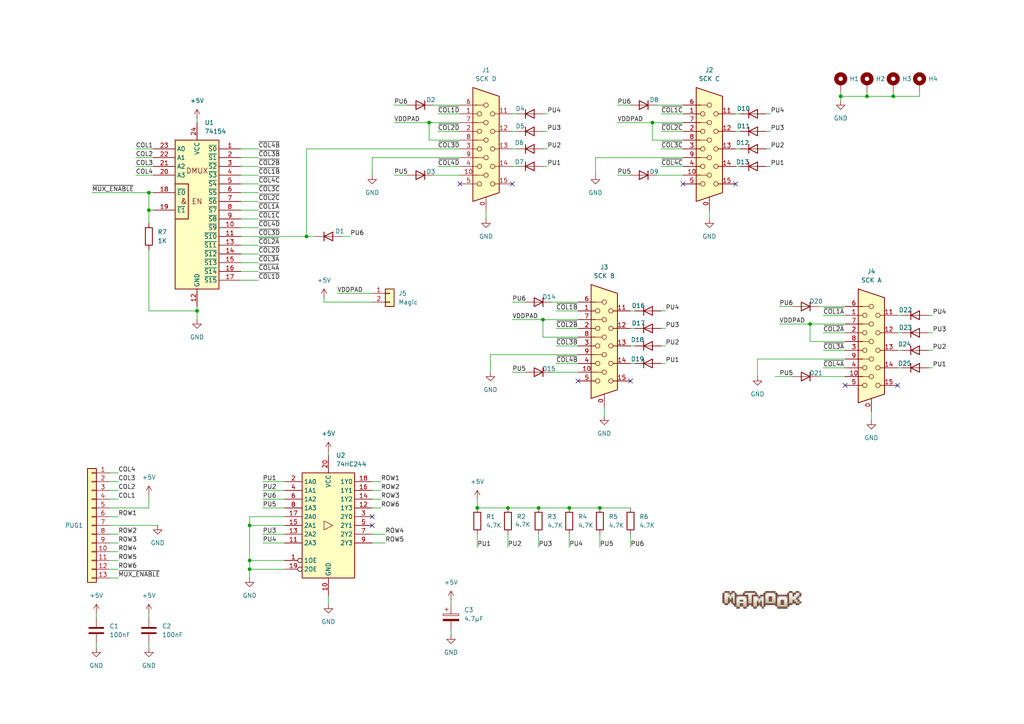
<source format=kicad_sch>
(kicad_sch (version 20231120) (generator "eeschema") (generator_version "8.0")
  (paper "A4")
  (title_block (title "Atari Jaguar TeamTap") (date "2024-05-03") (rev "1") (company "Matmook"))
  (lib_symbols
    (symbol "74xx:74HC244"
      (property "Reference" "U" (at -7.62 16.51 0))
      (property "Value" "74HC244" (at -7.62 -16.51 0))
      (symbol "74HC244_1_0"
        (polyline (pts (xy 1.27 0) (xy -1.27 1.27) (xy -1.27 -1.27) (xy 1.27 0)) (stroke (width 0.1524)))
        (pin input inverted (at -12.7 -10.16 0) (length 5.08) (name "1OE") (number "1"))
        (pin power_in line (at 0 -20.32 90) (length 5.08) (name "GND") (number "10"))
        (pin input line (at -12.7 -5.08 0) (length 5.08) (name "2A3") (number "11"))
        (pin tri_state line (at 12.7 5.08 180) (length 5.08) (name "1Y3") (number "12"))
        (pin input line (at -12.7 -2.54 0) (length 5.08) (name "2A2") (number "13"))
        (pin tri_state line (at 12.7 7.62 180) (length 5.08) (name "1Y2") (number "14"))
        (pin input line (at -12.7 0 0) (length 5.08) (name "2A1") (number "15"))
        (pin tri_state line (at 12.7 10.16 180) (length 5.08) (name "1Y1") (number "16"))
        (pin input line (at -12.7 2.54 0) (length 5.08) (name "2A0") (number "17"))
        (pin tri_state line (at 12.7 12.7 180) (length 5.08) (name "1Y0") (number "18"))
        (pin input inverted (at -12.7 -12.7 0) (length 5.08) (name "2OE") (number "19"))
        (pin input line (at -12.7 12.7 0) (length 5.08) (name "1A0") (number "2"))
        (pin power_in line (at 0 20.32 270) (length 5.08) (name "VCC") (number "20"))
        (pin tri_state line (at 12.7 2.54 180) (length 5.08) (name "2Y0") (number "3"))
        (pin input line (at -12.7 10.16 0) (length 5.08) (name "1A1") (number "4"))
        (pin tri_state line (at 12.7 0 180) (length 5.08) (name "2Y1") (number "5"))
        (pin input line (at -12.7 7.62 0) (length 5.08) (name "1A2") (number "6"))
        (pin tri_state line (at 12.7 -2.54 180) (length 5.08) (name "2Y2") (number "7"))
        (pin input line (at -12.7 5.08 0) (length 5.08) (name "1A3") (number "8"))
        (pin tri_state line (at 12.7 -5.08 180) (length 5.08) (name "2Y3") (number "9"))
      )
      (symbol "74HC244_1_1"
        (rectangle (start -7.62 15.24) (end 7.62 -15.24) (stroke (width 0.254)) (fill (type background)))
      )
    )
    (symbol "74xx_IEEE:74154"
      (property "Reference" "U" (at 6.35 25.4 0))
      (property "Value" "74154" (at 7.62 -21.59 0))
      (symbol "74154_0_0"
        (rectangle (start -6.35 22.86) (end 6.35 -20.32) (stroke (width 0.254)) (fill (type background)))
        (polyline (pts (xy -6.35 10.16) (xy -2.54 10.16) (xy -2.54 0) (xy -6.35 0) (xy -6.35 0)) (stroke (width 0.254)) (fill (type background)))
        (text "&" (at -3.81 5.08 0) (effects (font (size 1.524 1.524))))
        (text "DMUX" (at 0 13.97 0) (effects (font (size 1.524 1.524))))
        (text "EN" (at 0 5.08 0) (effects (font (size 1.524 1.524))))
        (pin power_in line (at 0 -25.4 90) (length 5.08) (name "GND") (number "12"))
        (pin power_in line (at 0 27.94 270) (length 5.08) (name "VCC") (number "24"))
      )
      (symbol "74154_1_1"
        (pin output line (at 12.7 20.32 180) (length 6.35) (name "~{S0}") (number "1"))
        (pin output line (at 12.7 -2.54 180) (length 6.35) (name "~{S9}") (number "10"))
        (pin output line (at 12.7 -5.08 180) (length 6.35) (name "~{S10}") (number "11"))
        (pin output line (at 12.7 -7.62 180) (length 6.35) (name "~{S11}") (number "13"))
        (pin output line (at 12.7 -10.16 180) (length 6.35) (name "~{S12}") (number "14"))
        (pin output line (at 12.7 -12.7 180) (length 6.35) (name "~{S13}") (number "15"))
        (pin output line (at 12.7 -15.24 180) (length 6.35) (name "~{S14}") (number "16"))
        (pin output line (at 12.7 -17.78 180) (length 6.35) (name "~{S15}") (number "17"))
        (pin input line (at -12.7 7.62 0) (length 6.35) (name "~{E0}") (number "18"))
        (pin input line (at -12.7 2.54 0) (length 6.35) (name "~{E1}") (number "19"))
        (pin output line (at 12.7 17.78 180) (length 6.35) (name "~{S1}") (number "2"))
        (pin input line (at -12.7 12.7 0) (length 6.35) (name "A3") (number "20"))
        (pin input line (at -12.7 15.24 0) (length 6.35) (name "A2") (number "21"))
        (pin input line (at -12.7 17.78 0) (length 6.35) (name "A1") (number "22"))
        (pin input line (at -12.7 20.32 0) (length 6.35) (name "A0") (number "23"))
        (pin output line (at 12.7 15.24 180) (length 6.35) (name "~{S2}") (number "3"))
        (pin output line (at 12.7 12.7 180) (length 6.35) (name "~{S3}") (number "4"))
        (pin output line (at 12.7 10.16 180) (length 6.35) (name "~{S4}") (number "5"))
        (pin output line (at 12.7 7.62 180) (length 6.35) (name "~{S5}") (number "6"))
        (pin output line (at 12.7 5.08 180) (length 6.35) (name "~{S6}") (number "7"))
        (pin output line (at 12.7 2.54 180) (length 6.35) (name "~{S7}") (number "8"))
        (pin output line (at 12.7 0 180) (length 6.35) (name "~{S8}") (number "9"))
      )
    )
    (symbol "Connector:DE15_Receptacle_HighDensity_MountingHoles" (pin_names (offset 1.016) hide)
      (property "Reference" "J" (at 0 21.59 0))
      (property "Value" "DE15_Receptacle_HighDensity_MountingHoles" (at 0 19.05 0))
      (symbol "DE15_Receptacle_HighDensity_MountingHoles_0_1"
        (circle (center -1.905 -10.16) (radius 0.635))
        (circle (center -1.905 -5.08) (radius 0.635))
        (circle (center -1.905 0) (radius 0.635))
        (circle (center -1.905 5.08) (radius 0.635))
        (circle (center -1.905 10.16) (radius 0.635))
        (circle (center 0 -7.62) (radius 0.635))
        (circle (center 0 -2.54) (radius 0.635))
        (polyline (pts (xy -3.175 7.62) (xy -0.635 7.62)))
        (polyline (pts (xy -0.635 -7.62) (xy -3.175 -7.62)))
        (polyline (pts (xy -0.635 -2.54) (xy -3.175 -2.54)))
        (polyline (pts (xy -0.635 2.54) (xy -3.175 2.54)))
        (polyline (pts (xy -0.635 12.7) (xy -3.175 12.7)))
        (polyline (pts (xy -3.81 17.78) (xy -3.81 -15.24) (xy 3.81 -12.7) (xy 3.81 15.24) (xy -3.81 17.78)) (stroke (width 0.254)) (fill (type background)))
        (circle (center 0 2.54) (radius 0.635))
        (circle (center 0 7.62) (radius 0.635))
        (circle (center 0 12.7) (radius 0.635))
        (circle (center 1.905 -10.16) (radius 0.635))
        (circle (center 1.905 -5.08) (radius 0.635))
        (circle (center 1.905 0) (radius 0.635))
        (circle (center 1.905 5.08) (radius 0.635))
        (circle (center 1.905 10.16) (radius 0.635))
      )
      (symbol "DE15_Receptacle_HighDensity_MountingHoles_1_1"
        (pin passive line (at 0 -17.78 90) (length 3.81) (name "~") (number "0"))
        (pin passive line (at -7.62 10.16 0) (length 5.08) (name "~") (number "1"))
        (pin passive line (at -7.62 -7.62 0) (length 5.08) (name "~") (number "10"))
        (pin passive line (at 7.62 10.16 180) (length 5.08) (name "~") (number "11"))
        (pin passive line (at 7.62 5.08 180) (length 5.08) (name "~") (number "12"))
        (pin passive line (at 7.62 0 180) (length 5.08) (name "~") (number "13"))
        (pin passive line (at 7.62 -5.08 180) (length 5.08) (name "~") (number "14"))
        (pin passive line (at 7.62 -10.16 180) (length 5.08) (name "~") (number "15"))
        (pin passive line (at -7.62 5.08 0) (length 5.08) (name "~") (number "2"))
        (pin passive line (at -7.62 0 0) (length 5.08) (name "~") (number "3"))
        (pin passive line (at -7.62 -5.08 0) (length 5.08) (name "~") (number "4"))
        (pin passive line (at -7.62 -10.16 0) (length 5.08) (name "~") (number "5"))
        (pin passive line (at -7.62 12.7 0) (length 5.08) (name "~") (number "6"))
        (pin passive line (at -7.62 7.62 0) (length 5.08) (name "~") (number "7"))
        (pin passive line (at -7.62 2.54 0) (length 5.08) (name "~") (number "8"))
        (pin passive line (at -7.62 -2.54 0) (length 5.08) (name "~") (number "9"))
      )
    )
    (symbol "Connector_Generic:Conn_01x02" (pin_names (offset 1.016) hide)
      (property "Reference" "J" (at 0 2.54 0))
      (property "Value" "Conn_01x02" (at 0 -5.08 0))
      (symbol "Conn_01x02_1_1"
        (rectangle (start -1.27 -2.413) (end 0 -2.667) (stroke (width 0.1524)))
        (rectangle (start -1.27 0.127) (end 0 -0.127) (stroke (width 0.1524)))
        (rectangle (start -1.27 1.27) (end 1.27 -3.81) (stroke (width 0.254)) (fill (type background)))
        (pin passive line (at -5.08 0 0) (length 3.81) (name "Pin_1") (number "1"))
        (pin passive line (at -5.08 -2.54 0) (length 3.81) (name "Pin_2") (number "2"))
      )
    )
    (symbol "Connector_Generic:Conn_01x13" (pin_names (offset 1.016) hide)
      (property "Reference" "J" (at 0 17.78 0))
      (property "Value" "Conn_01x13" (at 0 -17.78 0))
      (symbol "Conn_01x13_1_1"
        (rectangle (start -1.27 -15.113) (end 0 -15.367) (stroke (width 0.1524)))
        (rectangle (start -1.27 -12.573) (end 0 -12.827) (stroke (width 0.1524)))
        (rectangle (start -1.27 -10.033) (end 0 -10.287) (stroke (width 0.1524)))
        (rectangle (start -1.27 -7.493) (end 0 -7.747) (stroke (width 0.1524)))
        (rectangle (start -1.27 -4.953) (end 0 -5.207) (stroke (width 0.1524)))
        (rectangle (start -1.27 -2.413) (end 0 -2.667) (stroke (width 0.1524)))
        (rectangle (start -1.27 0.127) (end 0 -0.127) (stroke (width 0.1524)))
        (rectangle (start -1.27 2.667) (end 0 2.413) (stroke (width 0.1524)))
        (rectangle (start -1.27 5.207) (end 0 4.953) (stroke (width 0.1524)))
        (rectangle (start -1.27 7.747) (end 0 7.493) (stroke (width 0.1524)))
        (rectangle (start -1.27 10.287) (end 0 10.033) (stroke (width 0.1524)))
        (rectangle (start -1.27 12.827) (end 0 12.573) (stroke (width 0.1524)))
        (rectangle (start -1.27 15.367) (end 0 15.113) (stroke (width 0.1524)))
        (rectangle (start -1.27 16.51) (end 1.27 -16.51) (stroke (width 0.254)) (fill (type background)))
        (pin passive line (at -5.08 15.24 0) (length 3.81) (name "Pin_1") (number "1"))
        (pin passive line (at -5.08 -7.62 0) (length 3.81) (name "Pin_10") (number "10"))
        (pin passive line (at -5.08 -10.16 0) (length 3.81) (name "Pin_11") (number "11"))
        (pin passive line (at -5.08 -12.7 0) (length 3.81) (name "Pin_12") (number "12"))
        (pin passive line (at -5.08 -15.24 0) (length 3.81) (name "Pin_13") (number "13"))
        (pin passive line (at -5.08 12.7 0) (length 3.81) (name "Pin_2") (number "2"))
        (pin passive line (at -5.08 10.16 0) (length 3.81) (name "Pin_3") (number "3"))
        (pin passive line (at -5.08 7.62 0) (length 3.81) (name "Pin_4") (number "4"))
        (pin passive line (at -5.08 5.08 0) (length 3.81) (name "Pin_5") (number "5"))
        (pin passive line (at -5.08 2.54 0) (length 3.81) (name "Pin_6") (number "6"))
        (pin passive line (at -5.08 0 0) (length 3.81) (name "Pin_7") (number "7"))
        (pin passive line (at -5.08 -2.54 0) (length 3.81) (name "Pin_8") (number "8"))
        (pin passive line (at -5.08 -5.08 0) (length 3.81) (name "Pin_9") (number "9"))
      )
    )
    (symbol "Device:C" (pin_numbers hide) (pin_names (offset 0.254))
      (property "Reference" "C" (at 0.635 2.54 0))
      (property "Value" "C" (at 0.635 -2.54 0))
      (symbol "C_0_1"
        (polyline (pts (xy -2.032 -0.762) (xy 2.032 -0.762)) (stroke (width 0.508)))
        (polyline (pts (xy -2.032 0.762) (xy 2.032 0.762)) (stroke (width 0.508)))
      )
      (symbol "C_1_1"
        (pin passive line (at 0 3.81 270) (length 2.794) (name "~") (number "1"))
        (pin passive line (at 0 -3.81 90) (length 2.794) (name "~") (number "2"))
      )
    )
    (symbol "Device:C_Polarized" (pin_numbers hide) (pin_names (offset 0.254))
      (property "Reference" "C" (at 0.635 2.54 0))
      (property "Value" "C_Polarized" (at 0.635 -2.54 0))
      (symbol "C_Polarized_0_1"
        (rectangle (start -2.286 0.508) (end 2.286 1.016))
        (polyline (pts (xy -1.778 2.286) (xy -0.762 2.286)))
        (polyline (pts (xy -1.27 2.794) (xy -1.27 1.778)))
        (rectangle (start 2.286 -0.508) (end -2.286 -1.016) (fill (type outline)))
      )
      (symbol "C_Polarized_1_1"
        (pin passive line (at 0 3.81 270) (length 2.794) (name "~") (number "1"))
        (pin passive line (at 0 -3.81 90) (length 2.794) (name "~") (number "2"))
      )
    )
    (symbol "Device:D" (pin_numbers hide) (pin_names (offset 1.016) hide)
      (property "Reference" "D" (at 0 2.54 0))
      (property "Value" "D" (at 0 -2.54 0))
      (symbol "D_0_1"
        (polyline (pts (xy -1.27 1.27) (xy -1.27 -1.27)) (stroke (width 0.254)))
        (polyline (pts (xy 1.27 0) (xy -1.27 0)))
        (polyline (pts (xy 1.27 1.27) (xy 1.27 -1.27) (xy -1.27 0) (xy 1.27 1.27)) (stroke (width 0.254)))
      )
      (symbol "D_1_1"
        (pin passive line (at -3.81 0 0) (length 2.54) (name "K") (number "1"))
        (pin passive line (at 3.81 0 180) (length 2.54) (name "A") (number "2"))
      )
    )
    (symbol "Device:R" (pin_numbers hide) (pin_names (offset 0))
      (property "Reference" "R" (at 2.032 0 90))
      (property "Value" "R" (at 0 0 90))
      (symbol "R_0_1"
        (rectangle (start -1.016 -2.54) (end 1.016 2.54) (stroke (width 0.254)))
      )
      (symbol "R_1_1"
        (pin passive line (at 0 3.81 270) (length 1.27) (name "~") (number "1"))
        (pin passive line (at 0 -3.81 90) (length 1.27) (name "~") (number "2"))
      )
    )
    (symbol "Mechanical:MountingHole_Pad" (pin_numbers hide) (pin_names (offset 1.016) hide) (exclude_from_sim yes) (in_bom no)
      (property "Reference" "H" (at 0 6.35 0))
      (property "Value" "MountingHole_Pad" (at 0 4.445 0))
      (symbol "MountingHole_Pad_0_1"
        (circle (center 0 1.27) (radius 1.27) (stroke (width 1.27)))
      )
      (symbol "MountingHole_Pad_1_1"
        (pin input line (at 0 -2.54 90) (length 2.54) (name "1") (number "1"))
      )
    )
    (symbol "power:+5V" (power) (pin_numbers hide) (pin_names (offset 0) hide)
      (property "Value" "+5V" (at 0 3.556 0))
      (symbol "+5V_0_1"
        (polyline (pts (xy -0.762 1.27) (xy 0 2.54)))
        (polyline (pts (xy 0 0) (xy 0 2.54)))
        (polyline (pts (xy 0 2.54) (xy 0.762 1.27)))
      )
      (symbol "+5V_1_1"
        (pin power_in line (at 0 0 90) (length 0) (name "~") (number "1"))
      )
    )
    (symbol "power:GND" (power) (pin_numbers hide) (pin_names (offset 0) hide)
      (property "Value" "GND" (at 0 -3.81 0))
      (symbol "GND_0_1"
        (polyline (pts (xy 0 0) (xy 0 -1.27) (xy 1.27 -1.27) (xy 0 -2.54) (xy -1.27 -1.27) (xy 0 -1.27)))
      )
      (symbol "GND_1_1"
        (pin power_in line (at 0 0 270) (length 0) (name "~") (number "1"))
      )
    )
  )
  (junction (at 72.39 165.1))
  (junction (at 72.39 152.4))
  (junction (at 124.46 35.56))
  (junction (at 243.84 27.94))
  (junction (at 72.39 162.56))
  (junction (at 43.18 60.96))
  (junction (at 251.46 27.94))
  (junction (at 138.43 147.32))
  (junction (at 156.21 147.32))
  (junction (at 147.32 147.32))
  (junction (at 157.48 92.71))
  (junction (at 88.9 68.58))
  (junction (at 259.08 27.94))
  (junction (at 234.95 93.98))
  (junction (at 165.1 147.32))
  (junction (at 173.99 147.32))
  (junction (at 189.23 35.56))
  (junction (at 57.15 90.17))
  (junction (at 43.18 55.88))
  (no_connect (at 167.64 110.49))
  (no_connect (at 182.88 110.49))
  (no_connect (at 260.35 111.76))
  (no_connect (at 148.59 53.34))
  (no_connect (at 213.36 53.34))
  (no_connect (at 245.11 111.76))
  (no_connect (at 107.95 149.86))
  (no_connect (at 198.12 53.34))
  (no_connect (at 107.95 152.4))
  (no_connect (at 133.35 53.34))
  (wire (pts (xy 39.37 50.8) (xy 44.45 50.8)))
  (wire (pts (xy 39.37 43.18) (xy 44.45 43.18)))
  (wire (pts (xy 107.95 139.7) (xy 110.49 139.7)))
  (wire (pts (xy 72.39 165.1) (xy 72.39 167.64)))
  (wire (pts (xy 69.85 63.5) (xy 74.93 63.5)))
  (wire (pts (xy 226.06 88.9) (xy 229.87 88.9)))
  (wire (pts (xy 190.5 50.8) (xy 198.12 50.8)))
  (wire (pts (xy 34.29 139.7) (xy 31.75 139.7)))
  (wire (pts (xy 76.2 154.94) (xy 82.55 154.94)))
  (wire (pts (xy 198.12 40.64) (xy 189.23 40.64)))
  (wire (pts (xy 214.63 43.18) (xy 213.36 43.18)))
  (wire (pts (xy 193.04 95.25) (xy 191.77 95.25)))
  (wire (pts (xy 34.29 162.56) (xy 31.75 162.56)))
  (wire (pts (xy 110.49 144.78) (xy 107.95 144.78)))
  (wire (pts (xy 27.94 187.96) (xy 27.94 186.69)))
  (wire (pts (xy 189.23 35.56) (xy 198.12 35.56)))
  (wire (pts (xy 74.93 73.66) (xy 69.85 73.66)))
  (wire (pts (xy 226.06 93.98) (xy 234.95 93.98)))
  (wire (pts (xy 234.95 99.06) (xy 234.95 93.98)))
  (wire (pts (xy 130.81 173.99) (xy 130.81 175.26)))
  (wire (pts (xy 223.52 38.1) (xy 222.25 38.1)))
  (wire (pts (xy 76.2 142.24) (xy 82.55 142.24)))
  (wire (pts (xy 76.2 139.7) (xy 82.55 139.7)))
  (wire (pts (xy 88.9 43.18) (xy 88.9 68.58)))
  (wire (pts (xy 214.63 48.26) (xy 213.36 48.26)))
  (wire (pts (xy 270.51 101.6) (xy 269.24 101.6)))
  (wire (pts (xy 110.49 142.24) (xy 107.95 142.24)))
  (wire (pts (xy 172.72 45.72) (xy 172.72 50.8)))
  (wire (pts (xy 179.07 30.48) (xy 182.88 30.48)))
  (wire (pts (xy 237.49 109.22) (xy 245.11 109.22)))
  (wire (pts (xy 223.52 33.02) (xy 222.25 33.02)))
  (wire (pts (xy 127 33.02) (xy 133.35 33.02)))
  (wire (pts (xy 157.48 97.79) (xy 157.48 92.71)))
  (wire (pts (xy 138.43 147.32) (xy 147.32 147.32)))
  (wire (pts (xy 31.75 149.86) (xy 34.29 149.86)))
  (wire (pts (xy 173.99 147.32) (xy 182.88 147.32)))
  (wire (pts (xy 179.07 50.8) (xy 182.88 50.8)))
  (wire (pts (xy 125.73 50.8) (xy 133.35 50.8)))
  (wire (pts (xy 72.39 152.4) (xy 72.39 162.56)))
  (wire (pts (xy 57.15 90.17) (xy 57.15 92.71)))
  (wire (pts (xy 261.62 96.52) (xy 260.35 96.52)))
  (wire (pts (xy 191.77 48.26) (xy 198.12 48.26)))
  (wire (pts (xy 69.85 58.42) (xy 74.93 58.42)))
  (wire (pts (xy 238.76 101.6) (xy 245.11 101.6)))
  (wire (pts (xy 184.15 105.41) (xy 182.88 105.41)))
  (wire (pts (xy 193.04 105.41) (xy 191.77 105.41)))
  (wire (pts (xy 147.32 154.94) (xy 147.32 158.75)))
  (wire (pts (xy 39.37 48.26) (xy 44.45 48.26)))
  (wire (pts (xy 31.75 152.4) (xy 45.72 152.4)))
  (wire (pts (xy 95.25 130.81) (xy 95.25 132.08)))
  (wire (pts (xy 214.63 33.02) (xy 213.36 33.02)))
  (wire (pts (xy 147.32 147.32) (xy 156.21 147.32)))
  (wire (pts (xy 69.85 55.88) (xy 74.93 55.88)))
  (wire (pts (xy 43.18 90.17) (xy 57.15 90.17)))
  (wire (pts (xy 138.43 144.78) (xy 138.43 147.32)))
  (wire (pts (xy 191.77 38.1) (xy 198.12 38.1)))
  (wire (pts (xy 34.29 160.02) (xy 31.75 160.02)))
  (wire (pts (xy 189.23 40.64) (xy 189.23 35.56)))
  (wire (pts (xy 43.18 72.39) (xy 43.18 90.17)))
  (wire (pts (xy 43.18 60.96) (xy 44.45 60.96)))
  (wire (pts (xy 43.18 187.96) (xy 43.18 186.69)))
  (wire (pts (xy 243.84 27.94) (xy 243.84 29.21)))
  (wire (pts (xy 114.3 50.8) (xy 118.11 50.8)))
  (wire (pts (xy 34.29 165.1) (xy 31.75 165.1)))
  (wire (pts (xy 95.25 172.72) (xy 95.25 175.26)))
  (wire (pts (xy 31.75 147.32) (xy 43.18 147.32)))
  (wire (pts (xy 165.1 147.32) (xy 173.99 147.32)))
  (wire (pts (xy 72.39 152.4) (xy 82.55 152.4)))
  (wire (pts (xy 107.95 85.09) (xy 97.79 85.09)))
  (wire (pts (xy 88.9 68.58) (xy 91.44 68.58)))
  (wire (pts (xy 34.29 137.16) (xy 31.75 137.16)))
  (wire (pts (xy 156.21 147.32) (xy 165.1 147.32)))
  (wire (pts (xy 259.08 27.94) (xy 251.46 27.94)))
  (wire (pts (xy 234.95 93.98) (xy 245.11 93.98)))
  (wire (pts (xy 160.02 87.63) (xy 167.64 87.63)))
  (wire (pts (xy 101.6 68.58) (xy 99.06 68.58)))
  (wire (pts (xy 219.71 104.14) (xy 219.71 109.22)))
  (wire (pts (xy 57.15 88.9) (xy 57.15 90.17)))
  (wire (pts (xy 148.59 87.63) (xy 152.4 87.63)))
  (wire (pts (xy 270.51 91.44) (xy 269.24 91.44)))
  (wire (pts (xy 93.98 86.36) (xy 93.98 87.63)))
  (wire (pts (xy 184.15 90.17) (xy 182.88 90.17)))
  (wire (pts (xy 238.76 96.52) (xy 245.11 96.52)))
  (wire (pts (xy 148.59 107.95) (xy 152.4 107.95)))
  (wire (pts (xy 34.29 157.48) (xy 31.75 157.48)))
  (wire (pts (xy 74.93 81.28) (xy 69.85 81.28)))
  (wire (pts (xy 34.29 167.64) (xy 31.75 167.64)))
  (wire (pts (xy 76.2 147.32) (xy 82.55 147.32)))
  (wire (pts (xy 149.86 38.1) (xy 148.59 38.1)))
  (wire (pts (xy 223.52 48.26) (xy 222.25 48.26)))
  (wire (pts (xy 158.75 33.02) (xy 157.48 33.02)))
  (wire (pts (xy 82.55 149.86) (xy 72.39 149.86)))
  (wire (pts (xy 182.88 154.94) (xy 182.88 158.75)))
  (wire (pts (xy 133.35 40.64) (xy 124.46 40.64)))
  (wire (pts (xy 148.59 92.71) (xy 157.48 92.71)))
  (wire (pts (xy 69.85 53.34) (xy 74.93 53.34)))
  (wire (pts (xy 74.93 78.74) (xy 69.85 78.74)))
  (wire (pts (xy 190.5 30.48) (xy 198.12 30.48)))
  (wire (pts (xy 161.29 100.33) (xy 167.64 100.33)))
  (wire (pts (xy 34.29 144.78) (xy 31.75 144.78)))
  (wire (pts (xy 72.39 162.56) (xy 82.55 162.56)))
  (wire (pts (xy 266.7 27.94) (xy 259.08 27.94)))
  (wire (pts (xy 133.35 45.72) (xy 107.95 45.72)))
  (wire (pts (xy 193.04 90.17) (xy 191.77 90.17)))
  (wire (pts (xy 161.29 90.17) (xy 167.64 90.17)))
  (wire (pts (xy 161.29 95.25) (xy 167.64 95.25)))
  (wire (pts (xy 238.76 91.44) (xy 245.11 91.44)))
  (wire (pts (xy 76.2 157.48) (xy 82.55 157.48)))
  (wire (pts (xy 193.04 100.33) (xy 191.77 100.33)))
  (wire (pts (xy 149.86 48.26) (xy 148.59 48.26)))
  (wire (pts (xy 237.49 88.9) (xy 245.11 88.9)))
  (wire (pts (xy 245.11 104.14) (xy 219.71 104.14)))
  (wire (pts (xy 165.1 154.94) (xy 165.1 158.75)))
  (wire (pts (xy 161.29 105.41) (xy 167.64 105.41)))
  (wire (pts (xy 191.77 43.18) (xy 198.12 43.18)))
  (wire (pts (xy 167.64 102.87) (xy 142.24 102.87)))
  (wire (pts (xy 69.85 66.04) (xy 74.93 66.04)))
  (wire (pts (xy 107.95 45.72) (xy 107.95 50.8)))
  (wire (pts (xy 111.76 157.48) (xy 107.95 157.48)))
  (wire (pts (xy 114.3 35.56) (xy 124.46 35.56)))
  (wire (pts (xy 88.9 43.18) (xy 133.35 43.18)))
  (wire (pts (xy 184.15 100.33) (xy 182.88 100.33)))
  (wire (pts (xy 27.94 177.8) (xy 27.94 179.07)))
  (wire (pts (xy 125.73 30.48) (xy 133.35 30.48)))
  (wire (pts (xy 160.02 107.95) (xy 167.64 107.95)))
  (wire (pts (xy 245.11 99.06) (xy 234.95 99.06)))
  (wire (pts (xy 184.15 95.25) (xy 182.88 95.25)))
  (wire (pts (xy 138.43 154.94) (xy 138.43 158.75)))
  (wire (pts (xy 224.79 109.22) (xy 229.87 109.22)))
  (wire (pts (xy 251.46 27.94) (xy 243.84 27.94)))
  (wire (pts (xy 82.55 165.1) (xy 72.39 165.1)))
  (wire (pts (xy 72.39 165.1) (xy 72.39 162.56)))
  (wire (pts (xy 270.51 96.52) (xy 269.24 96.52)))
  (wire (pts (xy 114.3 30.48) (xy 118.11 30.48)))
  (wire (pts (xy 149.86 33.02) (xy 148.59 33.02)))
  (wire (pts (xy 167.64 97.79) (xy 157.48 97.79)))
  (wire (pts (xy 74.93 71.12) (xy 69.85 71.12)))
  (wire (pts (xy 110.49 147.32) (xy 107.95 147.32)))
  (wire (pts (xy 158.75 38.1) (xy 157.48 38.1)))
  (wire (pts (xy 223.52 43.18) (xy 222.25 43.18)))
  (wire (pts (xy 74.93 45.72) (xy 69.85 45.72)))
  (wire (pts (xy 158.75 48.26) (xy 157.48 48.26)))
  (wire (pts (xy 74.93 76.2) (xy 69.85 76.2)))
  (wire (pts (xy 74.93 43.18) (xy 69.85 43.18)))
  (wire (pts (xy 76.2 144.78) (xy 82.55 144.78)))
  (wire (pts (xy 149.86 43.18) (xy 148.59 43.18)))
  (wire (pts (xy 111.76 154.94) (xy 107.95 154.94)))
  (wire (pts (xy 140.97 60.96) (xy 140.97 63.5)))
  (wire (pts (xy 191.77 33.02) (xy 198.12 33.02)))
  (wire (pts (xy 57.15 34.29) (xy 57.15 35.56)))
  (wire (pts (xy 175.26 118.11) (xy 175.26 120.65)))
  (wire (pts (xy 261.62 91.44) (xy 260.35 91.44)))
  (wire (pts (xy 31.75 154.94) (xy 34.29 154.94)))
  (wire (pts (xy 270.51 106.68) (xy 269.24 106.68)))
  (wire (pts (xy 198.12 45.72) (xy 172.72 45.72)))
  (wire (pts (xy 72.39 149.86) (xy 72.39 152.4)))
  (wire (pts (xy 74.93 48.26) (xy 69.85 48.26)))
  (wire (pts (xy 93.98 87.63) (xy 107.95 87.63)))
  (wire (pts (xy 69.85 68.58) (xy 88.9 68.58)))
  (wire (pts (xy 156.21 154.94) (xy 156.21 158.75)))
  (wire (pts (xy 127 38.1) (xy 133.35 38.1)))
  (wire (pts (xy 259.08 26.67) (xy 259.08 27.94)))
  (wire (pts (xy 261.62 106.68) (xy 260.35 106.68)))
  (wire (pts (xy 127 48.26) (xy 133.35 48.26)))
  (wire (pts (xy 205.74 60.96) (xy 205.74 63.5)))
  (wire (pts (xy 214.63 38.1) (xy 213.36 38.1)))
  (wire (pts (xy 26.67 55.88) (xy 43.18 55.88)))
  (wire (pts (xy 238.76 106.68) (xy 245.11 106.68)))
  (wire (pts (xy 34.29 142.24) (xy 31.75 142.24)))
  (wire (pts (xy 251.46 26.67) (xy 251.46 27.94)))
  (wire (pts (xy 43.18 147.32) (xy 43.18 143.51)))
  (wire (pts (xy 179.07 35.56) (xy 189.23 35.56)))
  (wire (pts (xy 74.93 50.8) (xy 69.85 50.8)))
  (wire (pts (xy 243.84 26.67) (xy 243.84 27.94)))
  (wire (pts (xy 44.45 55.88) (xy 43.18 55.88)))
  (wire (pts (xy 124.46 35.56) (xy 133.35 35.56)))
  (wire (pts (xy 266.7 26.67) (xy 266.7 27.94)))
  (wire (pts (xy 261.62 101.6) (xy 260.35 101.6)))
  (wire (pts (xy 252.73 119.38) (xy 252.73 121.92)))
  (wire (pts (xy 124.46 40.64) (xy 124.46 35.56)))
  (wire (pts (xy 43.18 177.8) (xy 43.18 179.07)))
  (wire (pts (xy 74.93 60.96) (xy 69.85 60.96)))
  (wire (pts (xy 158.75 43.18) (xy 157.48 43.18)))
  (wire (pts (xy 39.37 45.72) (xy 44.45 45.72)))
  (wire (pts (xy 43.18 60.96) (xy 43.18 64.77)))
  (wire (pts (xy 43.18 55.88) (xy 43.18 60.96)))
  (wire (pts (xy 157.48 92.71) (xy 167.64 92.71)))
  (wire (pts (xy 173.99 154.94) (xy 173.99 158.75)))
  (wire (pts (xy 142.24 102.87) (xy 142.24 107.95)))
  (wire (pts (xy 130.81 184.15) (xy 130.81 182.88)))
  (image (at 220.98 173.99) (scale 0.423714))
  (label "PU5" (at 76.2 147.32 0))
  (label "VDDPAD" (at 97.79 85.09 0))
  (label "PU3" (at 76.2 154.94 0))
  (label "ROW2" (at 34.29 154.94 0))
  (label "COL4" (at 34.29 137.16 0))
  (label "ROW3" (at 34.29 157.48 0))
  (label "~{COL3B}" (at 74.93 45.72 0))
  (label "PU2" (at 76.2 142.24 0))
  (label "~{COL4A}" (at 74.93 78.74 0))
  (label "PU6" (at 76.2 144.78 0))
  (label "~{COL2B}" (at 74.93 48.26 0))
  (label "COL1" (at 34.29 144.78 0))
  (label "~{COL1A}" (at 238.76 91.44 0))
  (label "~{COL3C}" (at 74.93 55.88 0))
  (label "~{COL2A}" (at 74.93 71.12 0))
  (label "~{COL4B}" (at 74.93 43.18 0))
  (label "~{COL2A}" (at 238.76 96.52 0))
  (label "PU2" (at 270.51 101.6 0))
  (label "~{COL4B}" (at 161.29 105.41 0))
  (label "PU5" (at 226.06 109.22 0))
  (label "~{COL4D}" (at 127 48.26 0))
  (label "PU2" (at 193.04 100.33 0))
  (label "~{COL3A}" (at 74.93 76.2 0))
  (label "~{COL1A}" (at 74.93 60.96 0))
  (label "COL1" (at 39.37 43.18 0))
  (label "VDDPAD" (at 148.59 92.71 0))
  (label "~{COL4D}" (at 74.93 66.04 0))
  (label "VDDPAD" (at 226.06 93.98 0))
  (label "PU4" (at 158.75 33.02 0))
  (label "ROW6" (at 110.49 147.32 0))
  (label "PU1" (at 158.75 48.26 0))
  (label "PU6" (at 114.3 30.48 0))
  (label "~{COL3D}" (at 127 43.18 0))
  (label "~{COL1B}" (at 161.29 90.17 0))
  (label "PU5" (at 148.59 107.95 0))
  (label "PU5" (at 173.99 158.75 0))
  (label "PU3" (at 158.75 38.1 0))
  (label "PU1" (at 193.04 105.41 0))
  (label "COL4" (at 39.37 50.8 0))
  (label "ROW1" (at 34.29 149.86 0))
  (label "COL3" (at 34.29 139.7 0))
  (label "PU2" (at 223.52 43.18 0))
  (label "COL2" (at 34.29 142.24 0))
  (label "ROW4" (at 34.29 160.02 0))
  (label "PU1" (at 270.51 106.68 0))
  (label "~{COL1D}" (at 127 33.02 0))
  (label "ROW4" (at 111.76 154.94 0))
  (label "PU1" (at 76.2 139.7 0))
  (label "~{COL3C}" (at 191.77 43.18 0))
  (label "~{COL2B}" (at 161.29 95.25 0))
  (label "VDDPAD" (at 114.3 35.56 0))
  (label "PU3" (at 193.04 95.25 0))
  (label "COL2" (at 39.37 45.72 0))
  (label "~{COL3B}" (at 161.29 100.33 0))
  (label "~{COL3D}" (at 74.93 68.58 0))
  (label "PU6" (at 179.07 30.48 0))
  (label "PU1" (at 223.52 48.26 0))
  (label "PU2" (at 158.75 43.18 0))
  (label "ROW3" (at 110.49 144.78 0))
  (label "~{COL4A}" (at 238.76 106.68 0))
  (label "~{MUX_ENABLE}" (at 26.67 55.88 0))
  (label "PU3" (at 223.52 38.1 0))
  (label "PU3" (at 270.51 96.52 0))
  (label "COL3" (at 39.37 48.26 0))
  (label "ROW2" (at 110.49 142.24 0))
  (label "PU4" (at 223.52 33.02 0))
  (label "PU4" (at 270.51 91.44 0))
  (label "PU4" (at 165.1 158.75 0))
  (label "PU4" (at 76.2 157.48 0))
  (label "~{COL1C}" (at 191.77 33.02 0))
  (label "~{COL4C}" (at 74.93 53.34 0))
  (label "VDDPAD" (at 179.07 35.56 0))
  (label "PU1" (at 138.43 158.75 0))
  (label "PU2" (at 147.32 158.75 0))
  (label "PU6" (at 101.6 68.58 0))
  (label "ROW6" (at 34.29 165.1 0))
  (label "ROW1" (at 110.49 139.7 0))
  (label "PU6" (at 226.06 88.9 0))
  (label "~{MUX_ENABLE}" (at 34.29 167.64 0))
  (label "ROW5" (at 34.29 162.56 0))
  (label "~{COL1B}" (at 74.93 50.8 0))
  (label "~{COL2C}" (at 74.93 58.42 0))
  (label "~{COL2D}" (at 127 38.1 0))
  (label "~{COL1C}" (at 74.93 63.5 0))
  (label "~{COL3A}" (at 238.76 101.6 0))
  (label "PU6" (at 182.88 158.75 0))
  (label "PU5" (at 114.3 50.8 0))
  (label "~{COL2C}" (at 191.77 38.1 0))
  (label "ROW5" (at 111.76 157.48 0))
  (label "PU5" (at 179.07 50.8 0))
  (label "~{COL1D}" (at 74.93 81.28 0))
  (label "PU3" (at 156.21 158.75 0))
  (label "PU6" (at 148.59 87.63 0))
  (label "PU4" (at 193.04 90.17 0))
  (label "~{COL2D}" (at 74.93 73.66 0))
  (label "~{COL4C}" (at 191.77 48.26 0))
  (symbol (lib_id "power:+5V") (at 138.43 144.78 0) (unit 1)
    (property "Reference" "#PWR018" (effects (hide yes)))
    (property "Value" "+5V" (at 138.43 139.7 0))
    (property "Description" "Power symbol creates a global label with name \"+5V\"" (effects (hide yes)))
  )
  (symbol (lib_id "power:+5V") (at 93.98 86.36 0) (unit 1)
    (property "Reference" "#PWR023" (effects (hide yes)))
    (property "Value" "+5V" (at 93.98 81.28 0))
    (property "Description" "Power symbol creates a global label with name \"+5V\"" (effects (hide yes)))
  )
  (symbol (lib_id "power:+5V") (at 130.81 173.99 0) (unit 1)
    (property "Reference" "#PWR010" (effects (hide yes)))
    (property "Value" "+5V" (at 130.81 168.91 0))
    (property "Description" "Power symbol creates a global label with name \"+5V\"" (effects (hide yes)))
  )
  (symbol (lib_id "power:GND") (at 142.24 107.95 0) (unit 1)
    (property "Reference" "#PWR017" (effects (hide yes)))
    (property "Value" "GND" (at 142.24 113.03 0))
    (property "Description" "Power symbol creates a global label with name \"GND\" , ground" (effects (hide yes)))
  )
  (symbol (lib_id "Device:D") (at 187.96 90.17 0) (unit 1)
    (property "Reference" "D16" (at 185.166 88.646 0))
    (property "Value" "D" (effects (hide yes)))
    (property "Footprint" "Diode_SMD:D_SOD-123" (effects (hide yes)))
    (property "Description" "Diode" (effects (hide yes)))
    (property "Sim.Device" "D" (effects (hide yes)))
    (property "Sim.Pins" "1=K 2=A" (effects (hide yes)))
  )
  (symbol (lib_id "Device:D") (at 153.67 38.1 0) (mirror x) (unit 1)
    (property "Reference" "D5" (at 150.876 36.576 0))
    (property "Value" "D" (effects (hide yes)))
    (property "Footprint" "Diode_SMD:D_SOD-123" (effects (hide yes)))
    (property "Description" "Diode" (effects (hide yes)))
    (property "Sim.Device" "D" (effects (hide yes)))
    (property "Sim.Pins" "1=K 2=A" (effects (hide yes)))
  )
  (symbol (lib_id "power:GND") (at 140.97 63.5 0) (unit 1)
    (property "Reference" "#PWR014" (effects (hide yes)))
    (property "Value" "GND" (at 140.97 68.58 0))
    (property "Description" "Power symbol creates a global label with name \"GND\" , ground" (effects (hide yes)))
  )
  (symbol (lib_id "Device:D") (at 265.43 96.52 0) (mirror x) (unit 1)
    (property "Reference" "D23" (at 262.636 94.996 0))
    (property "Value" "D" (effects (hide yes)))
    (property "Footprint" "Diode_SMD:D_SOD-123" (effects (hide yes)))
    (property "Description" "Diode" (effects (hide yes)))
    (property "Sim.Device" "D" (effects (hide yes)))
    (property "Sim.Pins" "1=K 2=A" (effects (hide yes)))
  )
  (symbol (lib_id "power:GND") (at 43.18 187.96 0) (unit 1)
    (property "Reference" "#PWR03" (effects (hide yes)))
    (property "Value" "GND" (at 43.18 193.04 0))
    (property "Description" "Power symbol creates a global label with name \"GND\" , ground" (effects (hide yes)))
  )
  (symbol (lib_id "Device:D") (at 218.44 33.02 0) (unit 1)
    (property "Reference" "D10" (at 215.646 31.496 0))
    (property "Value" "D" (effects (hide yes)))
    (property "Footprint" "Diode_SMD:D_SOD-123" (effects (hide yes)))
    (property "Description" "Diode" (effects (hide yes)))
    (property "Sim.Device" "D" (effects (hide yes)))
    (property "Sim.Pins" "1=K 2=A" (effects (hide yes)))
  )
  (symbol (lib_id "Mechanical:MountingHole_Pad") (at 243.84 24.13 0) (unit 1) (exclude_from_sim yes) (in_bom no)
    (property "Reference" "H1" (at 246.38 22.8599 0) (effects (justify left)))
    (property "Value" "MountingHole_Pad" (effects (hide yes)))
    (property "Footprint" "MountingHole:MountingHole_5mm_Pad_TopBottom" (effects (hide yes)))
    (property "Description" "Mounting Hole with connection" (effects (hide yes)))
  )
  (symbol (lib_id "power:+5V") (at 95.25 130.81 0) (unit 1)
    (property "Reference" "#PWR08" (effects (hide yes)))
    (property "Value" "+5V" (at 95.25 125.73 0))
    (property "Description" "Power symbol creates a global label with name \"+5V\"" (effects (hide yes)))
  )
  (symbol (lib_id "Connector:DE15_Receptacle_HighDensity_MountingHoles") (at 175.26 100.33 0) (unit 1)
    (property "Reference" "J3" (at 175.26 77.47 0))
    (property "Value" "SCK B" (at 175.26 80.01 0))
    (property "Footprint" "Connector_Dsub:DSUB-15-HD_Male_Horizontal_P2.29x1.98mm_EdgePinOffset3.03mm_Housed_MountingHolesOffset4.94mm" (effects (hide yes)))
    (property "Datasheet" " ~" (effects (hide yes)))
    (property "Description" "15-pin female receptacle socket D-SUB connector, High density (3 columns), Triple Row, Generic, VGA-connector, Mounting Hole" (effects (hide yes)))
  )
  (symbol (lib_id "Device:R") (at 147.32 151.13 0) (unit 1)
    (property "Reference" "R2" (at 149.86 149.8599 0) (effects (justify left)))
    (property "Value" "4.7K" (at 149.352 152.146 0) (effects (justify left)))
    (property "Footprint" "Resistor_SMD:R_0603_1608Metric_Pad0.98x0.95mm_HandSolder" (effects (hide yes)))
    (property "Description" "Resistor" (effects (hide yes)))
  )
  (symbol (lib_id "Device:R") (at 138.43 151.13 0) (unit 1)
    (property "Reference" "R1" (at 140.97 149.8599 0) (effects (justify left)))
    (property "Value" "4.7K" (at 140.97 152.3999 0) (effects (justify left)))
    (property "Footprint" "Resistor_SMD:R_0603_1608Metric_Pad0.98x0.95mm_HandSolder" (effects (hide yes)))
    (property "Description" "Resistor" (effects (hide yes)))
  )
  (symbol (lib_id "Mechanical:MountingHole_Pad") (at 266.7 24.13 0) (unit 1) (exclude_from_sim yes) (in_bom no)
    (property "Reference" "H4" (at 269.24 22.8599 0) (effects (justify left)))
    (property "Value" "MountingHole_Pad" (effects (hide yes)))
    (property "Footprint" "MountingHole:MountingHole_5mm_Pad_TopBottom" (effects (hide yes)))
    (property "Description" "Mounting Hole with connection" (effects (hide yes)))
  )
  (symbol (lib_id "Device:D") (at 121.92 50.8 180) (unit 1)
    (property "Reference" "D3" (at 124.968 49.784 0))
    (property "Value" "D" (effects (hide yes)))
    (property "Footprint" "Diode_SMD:D_SOD-123" (effects (hide yes)))
    (property "Description" "Diode" (effects (hide yes)))
    (property "Sim.Device" "D" (effects (hide yes)))
    (property "Sim.Pins" "1=K 2=A" (effects (hide yes)))
  )
  (symbol (lib_id "Connector_Generic:Conn_01x13") (at 26.67 152.4 0) (mirror y) (unit 1)
    (property "Reference" "PUG1" (at 24.13 152.3999 0) (effects (justify left)))
    (property "Value" "Conn_01x13" (effects (hide yes)))
    (property "Footprint" "Connector_PinHeader_2.54mm:PinHeader_1x13_P2.54mm_Vertical" (effects (hide yes)))
    (property "Description" "Generic connector, single row, 01x13, script generated (kicad-library-utils/schlib/autogen/connector/)" (effects (hide yes)))
  )
  (symbol (lib_id "power:GND") (at 205.74 63.5 0) (unit 1)
    (property "Reference" "#PWR016" (effects (hide yes)))
    (property "Value" "GND" (at 205.74 68.58 0))
    (property "Description" "Power symbol creates a global label with name \"GND\" , ground" (effects (hide yes)))
  )
  (symbol (lib_id "power:GND") (at 172.72 50.8 0) (unit 1)
    (property "Reference" "#PWR015" (effects (hide yes)))
    (property "Value" "GND" (at 172.72 55.88 0))
    (property "Description" "Power symbol creates a global label with name \"GND\" , ground" (effects (hide yes)))
  )
  (symbol (lib_id "Device:D") (at 153.67 48.26 0) (unit 1)
    (property "Reference" "D7" (at 150.622 46.99 0))
    (property "Value" "D" (effects (hide yes)))
    (property "Footprint" "Diode_SMD:D_SOD-123" (effects (hide yes)))
    (property "Description" "Diode" (effects (hide yes)))
    (property "Sim.Device" "D" (effects (hide yes)))
    (property "Sim.Pins" "1=K 2=A" (effects (hide yes)))
  )
  (symbol (lib_id "power:GND") (at 72.39 167.64 0) (unit 1)
    (property "Reference" "#PWR013" (effects (hide yes)))
    (property "Value" "GND" (at 72.39 172.72 0))
    (property "Description" "Power symbol creates a global label with name \"GND\" , ground" (effects (hide yes)))
  )
  (symbol (lib_id "power:GND") (at 27.94 187.96 0) (unit 1)
    (property "Reference" "#PWR04" (effects (hide yes)))
    (property "Value" "GND" (at 27.94 193.04 0))
    (property "Description" "Power symbol creates a global label with name \"GND\" , ground" (effects (hide yes)))
  )
  (symbol (lib_id "power:GND") (at 175.26 120.65 0) (unit 1)
    (property "Reference" "#PWR019" (effects (hide yes)))
    (property "Value" "GND" (at 175.26 125.73 0))
    (property "Description" "Power symbol creates a global label with name \"GND\" , ground" (effects (hide yes)))
  )
  (symbol (lib_id "Connector_Generic:Conn_01x02") (at 113.03 85.09 0) (unit 1)
    (property "Reference" "J5" (at 115.57 85.0899 0) (effects (justify left)))
    (property "Value" "Magic" (at 115.57 87.6299 0) (effects (justify left)))
    (property "Footprint" "Connector_PinHeader_2.54mm:PinHeader_1x02_P2.54mm_Vertical" (effects (hide yes)))
    (property "Description" "Generic connector, single row, 01x02, script generated (kicad-library-utils/schlib/autogen/connector/)" (effects (hide yes)))
  )
  (symbol (lib_id "power:GND") (at 219.71 109.22 0) (unit 1)
    (property "Reference" "#PWR021" (effects (hide yes)))
    (property "Value" "GND" (at 219.71 114.3 0))
    (property "Description" "Power symbol creates a global label with name \"GND\" , ground" (effects (hide yes)))
  )
  (symbol (lib_id "74xx_IEEE:74154") (at 57.15 63.5 0) (unit 1)
    (property "Reference" "U1" (at 59.3441 35.56 0) (effects (justify left)))
    (property "Value" "74154" (at 59.3441 38.1 0) (effects (justify left)))
    (property "Footprint" "Package_SO:SOIC-24W_7.5x15.4mm_P1.27mm" (effects (hide yes)))
    (property "Datasheet" "https://www.ti.com/lit/gpn/CD74HCT154" (effects (hide yes)))
    (property "Description" "4 to 16 lines Decoder/Demultiplexer" (effects (hide yes)))
  )
  (symbol (lib_id "74xx:74HC244") (at 95.25 152.4 0) (unit 1)
    (property "Reference" "U2" (at 97.4441 132.08 0) (effects (justify left)))
    (property "Value" "74HC244" (at 97.4441 134.62 0) (effects (justify left)))
    (property "Footprint" "Package_SO:SOIC-20W_7.5x12.8mm_P1.27mm" (effects (hide yes)))
    (property "Datasheet" "https://assets.nexperia.com/documents/data-sheet/74HC_HCT244.pdf" (effects (hide yes)))
    (property "Description" "8-bit Buffer/Line Driver 3-state" (effects (hide yes)))
  )
  (symbol (lib_id "Device:D") (at 265.43 106.68 0) (unit 1)
    (property "Reference" "D25" (at 262.382 105.41 0))
    (property "Value" "D" (effects (hide yes)))
    (property "Footprint" "Diode_SMD:D_SOD-123" (effects (hide yes)))
    (property "Description" "Diode" (effects (hide yes)))
    (property "Sim.Device" "D" (effects (hide yes)))
    (property "Sim.Pins" "1=K 2=A" (effects (hide yes)))
  )
  (symbol (lib_id "Device:R") (at 43.18 68.58 180) (unit 1)
    (property "Reference" "R7" (at 45.72 67.3099 0) (effects (justify right)))
    (property "Value" "1K" (at 45.72 69.8499 0) (effects (justify right)))
    (property "Footprint" "Resistor_SMD:R_0603_1608Metric_Pad0.98x0.95mm_HandSolder" (effects (hide yes)))
    (property "Description" "Resistor" (effects (hide yes)))
  )
  (symbol (lib_id "power:GND") (at 57.15 92.71 0) (unit 1)
    (property "Reference" "#PWR02" (effects (hide yes)))
    (property "Value" "GND" (at 57.15 97.79 0))
    (property "Description" "Power symbol creates a global label with name \"GND\" , ground" (effects (hide yes)))
  )
  (symbol (lib_id "Connector:DE15_Receptacle_HighDensity_MountingHoles") (at 252.73 101.6 0) (unit 1)
    (property "Reference" "J4" (at 252.73 78.74 0))
    (property "Value" "SCK A" (at 252.73 81.28 0))
    (property "Footprint" "Connector_Dsub:DSUB-15-HD_Male_Horizontal_P2.29x1.98mm_EdgePinOffset3.03mm_Housed_MountingHolesOffset4.94mm" (effects (hide yes)))
    (property "Datasheet" " ~" (effects (hide yes)))
    (property "Description" "15-pin female receptacle socket D-SUB connector, High density (3 columns), Triple Row, Generic, VGA-connector, Mounting Hole" (effects (hide yes)))
  )
  (symbol (lib_id "Device:D") (at 218.44 48.26 0) (unit 1)
    (property "Reference" "D13" (at 215.392 46.99 0))
    (property "Value" "D" (effects (hide yes)))
    (property "Footprint" "Diode_SMD:D_SOD-123" (effects (hide yes)))
    (property "Description" "Diode" (effects (hide yes)))
    (property "Sim.Device" "D" (effects (hide yes)))
    (property "Sim.Pins" "1=K 2=A" (effects (hide yes)))
  )
  (symbol (lib_id "Device:R") (at 182.88 151.13 0) (unit 1)
    (property "Reference" "R6" (at 185.42 149.8599 0) (effects (justify left)))
    (property "Value" "4.7K" (at 185.42 152.3999 0) (effects (justify left)))
    (property "Footprint" "Resistor_SMD:R_0603_1608Metric_Pad0.98x0.95mm_HandSolder" (effects (hide yes)))
    (property "Description" "Resistor" (effects (hide yes)))
  )
  (symbol (lib_id "power:+5V") (at 57.15 34.29 0) (unit 1)
    (property "Reference" "#PWR07" (effects (hide yes)))
    (property "Value" "+5V" (at 57.15 29.21 0))
    (property "Description" "Power symbol creates a global label with name \"+5V\"" (effects (hide yes)))
  )
  (symbol (lib_id "Device:D") (at 187.96 95.25 0) (mirror x) (unit 1)
    (property "Reference" "D17" (at 185.166 93.726 0))
    (property "Value" "D" (effects (hide yes)))
    (property "Footprint" "Diode_SMD:D_SOD-123" (effects (hide yes)))
    (property "Description" "Diode" (effects (hide yes)))
    (property "Sim.Device" "D" (effects (hide yes)))
    (property "Sim.Pins" "1=K 2=A" (effects (hide yes)))
  )
  (symbol (lib_id "Device:D") (at 187.96 105.41 0) (unit 1)
    (property "Reference" "D19" (at 184.912 104.14 0))
    (property "Value" "D" (effects (hide yes)))
    (property "Footprint" "Diode_SMD:D_SOD-123" (effects (hide yes)))
    (property "Description" "Diode" (effects (hide yes)))
    (property "Sim.Device" "D" (effects (hide yes)))
    (property "Sim.Pins" "1=K 2=A" (effects (hide yes)))
  )
  (symbol (lib_id "Device:D") (at 265.43 91.44 0) (unit 1)
    (property "Reference" "D22" (at 262.636 89.916 0))
    (property "Value" "D" (effects (hide yes)))
    (property "Footprint" "Diode_SMD:D_SOD-123" (effects (hide yes)))
    (property "Description" "Diode" (effects (hide yes)))
    (property "Sim.Device" "D" (effects (hide yes)))
    (property "Sim.Pins" "1=K 2=A" (effects (hide yes)))
  )
  (symbol (lib_id "Device:D") (at 218.44 38.1 0) (mirror x) (unit 1)
    (property "Reference" "D11" (at 215.646 36.576 0))
    (property "Value" "D" (effects (hide yes)))
    (property "Footprint" "Diode_SMD:D_SOD-123" (effects (hide yes)))
    (property "Description" "Diode" (effects (hide yes)))
    (property "Sim.Device" "D" (effects (hide yes)))
    (property "Sim.Pins" "1=K 2=A" (effects (hide yes)))
  )
  (symbol (lib_id "Device:R") (at 173.99 151.13 0) (unit 1)
    (property "Reference" "R5" (at 176.53 149.8599 0) (effects (justify left)))
    (property "Value" "4.7K" (at 176.53 152.3999 0) (effects (justify left)))
    (property "Footprint" "Resistor_SMD:R_0603_1608Metric_Pad0.98x0.95mm_HandSolder" (effects (hide yes)))
    (property "Description" "Resistor" (effects (hide yes)))
  )
  (symbol (lib_id "Device:C_Polarized") (at 130.81 179.07 0) (unit 1)
    (property "Reference" "C3" (at 134.62 176.9109 0) (effects (justify left)))
    (property "Value" "4.7µF" (at 134.62 179.4509 0) (effects (justify left)))
    (property "Footprint" "Capacitor_THT:CP_Radial_D5.0mm_P2.50mm" (effects (hide yes)))
    (property "Description" "Polarized capacitor" (effects (hide yes)))
  )
  (symbol (lib_id "power:+5V") (at 27.94 177.8 0) (unit 1)
    (property "Reference" "#PWR06" (effects (hide yes)))
    (property "Value" "+5V" (at 27.94 172.72 0))
    (property "Description" "Power symbol creates a global label with name \"+5V\"" (effects (hide yes)))
  )
  (symbol (lib_id "Device:D") (at 265.43 101.6 0) (unit 1)
    (property "Reference" "D24" (at 262.382 99.822 0))
    (property "Value" "D" (effects (hide yes)))
    (property "Footprint" "Diode_SMD:D_SOD-123" (effects (hide yes)))
    (property "Description" "Diode" (effects (hide yes)))
    (property "Sim.Device" "D" (effects (hide yes)))
    (property "Sim.Pins" "1=K 2=A" (effects (hide yes)))
  )
  (symbol (lib_id "Device:D") (at 233.68 88.9 180) (unit 1)
    (property "Reference" "D20" (at 236.728 87.376 0))
    (property "Value" "D" (effects (hide yes)))
    (property "Footprint" "Diode_SMD:D_SOD-123" (effects (hide yes)))
    (property "Description" "Diode" (effects (hide yes)))
    (property "Sim.Device" "D" (effects (hide yes)))
    (property "Sim.Pins" "1=K 2=A" (effects (hide yes)))
  )
  (symbol (lib_id "Connector:DE15_Receptacle_HighDensity_MountingHoles") (at 205.74 43.18 0) (unit 1)
    (property "Reference" "J2" (at 205.74 20.32 0))
    (property "Value" "SCK C" (at 205.74 22.86 0))
    (property "Footprint" "Connector_Dsub:DSUB-15-HD_Male_Horizontal_P2.29x1.98mm_EdgePinOffset3.03mm_Housed_MountingHolesOffset4.94mm" (effects (hide yes)))
    (property "Datasheet" " ~" (effects (hide yes)))
    (property "Description" "15-pin female receptacle socket D-SUB connector, High density (3 columns), Triple Row, Generic, VGA-connector, Mounting Hole" (effects (hide yes)))
  )
  (symbol (lib_id "Device:D") (at 218.44 43.18 0) (unit 1)
    (property "Reference" "D12" (at 215.392 41.402 0))
    (property "Value" "D" (effects (hide yes)))
    (property "Footprint" "Diode_SMD:D_SOD-123" (effects (hide yes)))
    (property "Description" "Diode" (effects (hide yes)))
    (property "Sim.Device" "D" (effects (hide yes)))
    (property "Sim.Pins" "1=K 2=A" (effects (hide yes)))
  )
  (symbol (lib_id "power:GND") (at 243.84 29.21 0) (unit 1)
    (property "Reference" "#PWR024" (effects (hide yes)))
    (property "Value" "GND" (at 243.84 34.29 0))
    (property "Description" "Power symbol creates a global label with name \"GND\" , ground" (effects (hide yes)))
  )
  (symbol (lib_id "power:GND") (at 252.73 121.92 0) (unit 1)
    (property "Reference" "#PWR022" (effects (hide yes)))
    (property "Value" "GND" (at 252.73 127 0))
    (property "Description" "Power symbol creates a global label with name \"GND\" , ground" (effects (hide yes)))
  )
  (symbol (lib_id "Device:C") (at 43.18 182.88 0) (unit 1)
    (property "Reference" "C2" (at 46.99 181.6099 0) (effects (justify left)))
    (property "Value" "100nF" (at 46.99 184.1499 0) (effects (justify left)))
    (property "Footprint" "Capacitor_SMD:C_0603_1608Metric_Pad1.08x0.95mm_HandSolder" (effects (hide yes)))
    (property "Description" "Unpolarized capacitor" (effects (hide yes)))
  )
  (symbol (lib_id "Device:R") (at 165.1 151.13 0) (unit 1)
    (property "Reference" "R4" (at 167.64 149.8599 0) (effects (justify left)))
    (property "Value" "4.7K" (at 167.64 152.3999 0) (effects (justify left)))
    (property "Footprint" "Resistor_SMD:R_0603_1608Metric_Pad0.98x0.95mm_HandSolder" (effects (hide yes)))
    (property "Description" "Resistor" (effects (hide yes)))
  )
  (symbol (lib_id "power:GND") (at 130.81 184.15 0) (unit 1)
    (property "Reference" "#PWR011" (effects (hide yes)))
    (property "Value" "GND" (at 130.81 189.23 0))
    (property "Description" "Power symbol creates a global label with name \"GND\" , ground" (effects (hide yes)))
  )
  (symbol (lib_id "Device:D") (at 233.68 109.22 180) (unit 1)
    (property "Reference" "D21" (at 236.728 108.204 0))
    (property "Value" "D" (effects (hide yes)))
    (property "Footprint" "Diode_SMD:D_SOD-123" (effects (hide yes)))
    (property "Description" "Diode" (effects (hide yes)))
    (property "Sim.Device" "D" (effects (hide yes)))
    (property "Sim.Pins" "1=K 2=A" (effects (hide yes)))
  )
  (symbol (lib_id "Device:D") (at 121.92 30.48 180) (unit 1)
    (property "Reference" "D2" (at 124.968 28.956 0))
    (property "Value" "D" (effects (hide yes)))
    (property "Footprint" "Diode_SMD:D_SOD-123" (effects (hide yes)))
    (property "Description" "Diode" (effects (hide yes)))
    (property "Sim.Device" "D" (effects (hide yes)))
    (property "Sim.Pins" "1=K 2=A" (effects (hide yes)))
  )
  (symbol (lib_id "Device:D") (at 187.96 100.33 0) (unit 1)
    (property "Reference" "D18" (at 184.912 98.552 0))
    (property "Value" "D" (effects (hide yes)))
    (property "Footprint" "Diode_SMD:D_SOD-123" (effects (hide yes)))
    (property "Description" "Diode" (effects (hide yes)))
    (property "Sim.Device" "D" (effects (hide yes)))
    (property "Sim.Pins" "1=K 2=A" (effects (hide yes)))
  )
  (symbol (lib_id "Device:D") (at 156.21 107.95 180) (unit 1)
    (property "Reference" "D15" (at 159.258 106.934 0))
    (property "Value" "D" (effects (hide yes)))
    (property "Footprint" "Diode_SMD:D_SOD-123" (effects (hide yes)))
    (property "Description" "Diode" (effects (hide yes)))
    (property "Sim.Device" "D" (effects (hide yes)))
    (property "Sim.Pins" "1=K 2=A" (effects (hide yes)))
  )
  (symbol (lib_id "Device:R") (at 156.21 151.13 0) (unit 1)
    (property "Reference" "R3" (at 158.75 149.8599 0) (effects (justify left)))
    (property "Value" "4.7K" (at 158.75 152.3999 0) (effects (justify left)))
    (property "Footprint" "Resistor_SMD:R_0603_1608Metric_Pad0.98x0.95mm_HandSolder" (effects (hide yes)))
    (property "Description" "Resistor" (effects (hide yes)))
  )
  (symbol (lib_id "power:GND") (at 107.95 50.8 0) (unit 1)
    (property "Reference" "#PWR020" (effects (hide yes)))
    (property "Value" "GND" (at 107.95 55.88 0))
    (property "Description" "Power symbol creates a global label with name \"GND\" , ground" (effects (hide yes)))
  )
  (symbol (lib_id "Device:D") (at 186.69 30.48 180) (unit 1)
    (property "Reference" "D8" (at 189.738 28.956 0))
    (property "Value" "D" (effects (hide yes)))
    (property "Footprint" "Diode_SMD:D_SOD-123" (effects (hide yes)))
    (property "Description" "Diode" (effects (hide yes)))
    (property "Sim.Device" "D" (effects (hide yes)))
    (property "Sim.Pins" "1=K 2=A" (effects (hide yes)))
  )
  (symbol (lib_id "Device:D") (at 153.67 33.02 0) (unit 1)
    (property "Reference" "D4" (at 150.876 31.496 0))
    (property "Value" "D" (effects (hide yes)))
    (property "Footprint" "Diode_SMD:D_SOD-123" (effects (hide yes)))
    (property "Description" "Diode" (effects (hide yes)))
    (property "Sim.Device" "D" (effects (hide yes)))
    (property "Sim.Pins" "1=K 2=A" (effects (hide yes)))
  )
  (symbol (lib_id "Device:D") (at 95.25 68.58 0) (unit 1)
    (property "Reference" "D1" (at 98.552 67.056 0))
    (property "Value" "D" (effects (hide yes)))
    (property "Footprint" "Diode_SMD:D_SOD-123" (effects (hide yes)))
    (property "Description" "Diode" (effects (hide yes)))
    (property "Sim.Device" "D" (effects (hide yes)))
    (property "Sim.Pins" "1=K 2=A" (effects (hide yes)))
  )
  (symbol (lib_id "power:+5V") (at 43.18 143.51 0) (unit 1)
    (property "Reference" "#PWR09" (effects (hide yes)))
    (property "Value" "+5V" (at 43.18 138.43 0))
    (property "Description" "Power symbol creates a global label with name \"+5V\"" (effects (hide yes)))
  )
  (symbol (lib_id "Device:D") (at 153.67 43.18 0) (unit 1)
    (property "Reference" "D6" (at 150.622 41.402 0))
    (property "Value" "D" (effects (hide yes)))
    (property "Footprint" "Diode_SMD:D_SOD-123" (effects (hide yes)))
    (property "Description" "Diode" (effects (hide yes)))
    (property "Sim.Device" "D" (effects (hide yes)))
    (property "Sim.Pins" "1=K 2=A" (effects (hide yes)))
  )
  (symbol (lib_id "Device:D") (at 156.21 87.63 180) (unit 1)
    (property "Reference" "D14" (at 159.258 86.106 0))
    (property "Value" "D" (effects (hide yes)))
    (property "Footprint" "Diode_SMD:D_SOD-123" (effects (hide yes)))
    (property "Description" "Diode" (effects (hide yes)))
    (property "Sim.Device" "D" (effects (hide yes)))
    (property "Sim.Pins" "1=K 2=A" (effects (hide yes)))
  )
  (symbol (lib_id "power:GND") (at 45.72 152.4 0) (unit 1)
    (property "Reference" "#PWR012" (effects (hide yes)))
    (property "Value" "GND" (at 45.72 157.48 0))
    (property "Description" "Power symbol creates a global label with name \"GND\" , ground" (effects (hide yes)))
  )
  (symbol (lib_id "Device:D") (at 186.69 50.8 180) (unit 1)
    (property "Reference" "D9" (at 189.738 49.784 0))
    (property "Value" "D" (effects (hide yes)))
    (property "Footprint" "Diode_SMD:D_SOD-123" (effects (hide yes)))
    (property "Description" "Diode" (effects (hide yes)))
    (property "Sim.Device" "D" (effects (hide yes)))
    (property "Sim.Pins" "1=K 2=A" (effects (hide yes)))
  )
  (symbol (lib_id "Device:C") (at 27.94 182.88 0) (unit 1)
    (property "Reference" "C1" (at 31.75 181.6099 0) (effects (justify left)))
    (property "Value" "100nF" (at 31.75 184.1499 0) (effects (justify left)))
    (property "Footprint" "Capacitor_SMD:C_0603_1608Metric_Pad1.08x0.95mm_HandSolder" (effects (hide yes)))
    (property "Description" "Unpolarized capacitor" (effects (hide yes)))
  )
  (symbol (lib_id "Mechanical:MountingHole_Pad") (at 251.46 24.13 0) (unit 1) (exclude_from_sim yes) (in_bom no)
    (property "Reference" "H2" (at 254 22.8599 0) (effects (justify left)))
    (property "Value" "MountingHole_Pad" (effects (hide yes)))
    (property "Footprint" "MountingHole:MountingHole_5mm_Pad_TopBottom" (effects (hide yes)))
    (property "Description" "Mounting Hole with connection" (effects (hide yes)))
  )
  (symbol (lib_id "power:GND") (at 95.25 175.26 0) (unit 1)
    (property "Reference" "#PWR01" (effects (hide yes)))
    (property "Value" "GND" (at 95.25 180.34 0))
    (property "Description" "Power symbol creates a global label with name \"GND\" , ground" (effects (hide yes)))
  )
  (symbol (lib_id "Connector:DE15_Receptacle_HighDensity_MountingHoles") (at 140.97 43.18 0) (unit 1)
    (property "Reference" "J1" (at 140.97 20.32 0))
    (property "Value" "SCK D" (at 140.97 22.86 0))
    (property "Footprint" "Connector_Dsub:DSUB-15-HD_Male_Horizontal_P2.29x1.98mm_EdgePinOffset3.03mm_Housed_MountingHolesOffset4.94mm" (effects (hide yes)))
    (property "Datasheet" " ~" (effects (hide yes)))
    (property "Description" "15-pin female receptacle socket D-SUB connector, High density (3 columns), Triple Row, Generic, VGA-connector, Mounting Hole" (effects (hide yes)))
  )
  (symbol (lib_id "Mechanical:MountingHole_Pad") (at 259.08 24.13 0) (unit 1) (exclude_from_sim yes) (in_bom no)
    (property "Reference" "H3" (at 261.62 22.8599 0) (effects (justify left)))
    (property "Value" "MountingHole_Pad" (effects (hide yes)))
    (property "Footprint" "MountingHole:MountingHole_5mm_Pad_TopBottom" (effects (hide yes)))
    (property "Description" "Mounting Hole with connection" (effects (hide yes)))
  )
  (symbol (lib_id "power:+5V") (at 43.18 177.8 0) (unit 1)
    (property "Reference" "#PWR05" (effects (hide yes)))
    (property "Value" "+5V" (at 43.18 172.72 0))
    (property "Description" "Power symbol creates a global label with name \"+5V\"" (effects (hide yes)))
  )
)
</source>
